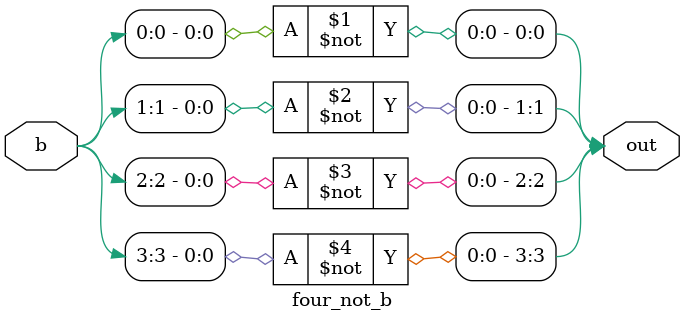
<source format=v>

`timescale 1ns / 1ps

module four_not_b(b, out);

input [3:0]b;
output [3:0]out;

not  zero(out[0], b[0]);
not one(out[1], b[1]);
not two(out[2], b[2]);
not three(out[3], b[3]);

endmodule
// When 0000 and 0000 at end, get 1111. Why?
</source>
